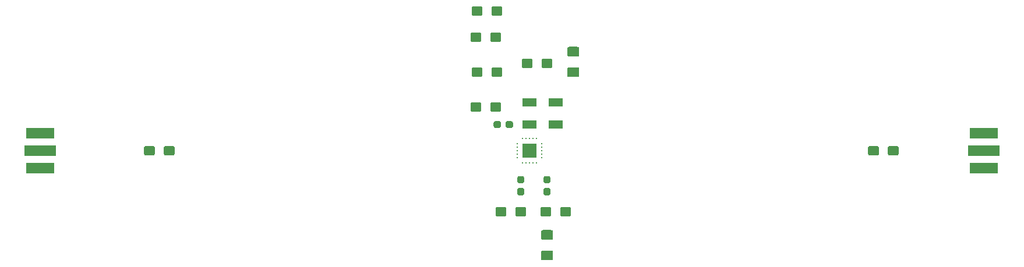
<source format=gbr>
G04 #@! TF.GenerationSoftware,KiCad,Pcbnew,5.1.2-f72e74a~84~ubuntu18.04.1*
G04 #@! TF.CreationDate,2019-11-12T11:29:02+01:00*
G04 #@! TF.ProjectId,matched_rf_amp,6d617463-6865-4645-9f72-665f616d702e,rev?*
G04 #@! TF.SameCoordinates,Original*
G04 #@! TF.FileFunction,Paste,Top*
G04 #@! TF.FilePolarity,Positive*
%FSLAX46Y46*%
G04 Gerber Fmt 4.6, Leading zero omitted, Abs format (unit mm)*
G04 Created by KiCad (PCBNEW 5.1.2-f72e74a~84~ubuntu18.04.1) date 2019-11-12 11:29:02*
%MOMM*%
%LPD*%
G04 APERTURE LIST*
%ADD10R,2.150000X2.150000*%
%ADD11R,0.230000X0.230000*%
%ADD12R,2.000000X1.200000*%
%ADD13R,4.060000X1.520000*%
%ADD14R,4.600000X1.520000*%
%ADD15C,0.100000*%
%ADD16C,1.425000*%
%ADD17C,0.950000*%
%ADD18C,1.350000*%
G04 APERTURE END LIST*
D10*
X147320000Y-124460000D03*
D11*
X146320000Y-122675000D03*
X146820000Y-122675000D03*
X147320000Y-122675000D03*
X147820000Y-122675000D03*
X148320000Y-122675000D03*
X149105000Y-123460000D03*
X149105000Y-123960000D03*
X149105000Y-124460000D03*
X149105000Y-124960000D03*
X149105000Y-125460000D03*
X148320000Y-126245000D03*
X147820000Y-126245000D03*
X147320000Y-126245000D03*
X146820000Y-126245000D03*
X146320000Y-126245000D03*
X145535000Y-125460000D03*
X145535000Y-124960000D03*
X145535000Y-124460000D03*
X145535000Y-123960000D03*
X145535000Y-123460000D03*
D12*
X151130000Y-120650000D03*
X151130000Y-117450000D03*
D13*
X213360000Y-127000000D03*
X213360000Y-121920000D03*
D14*
X213360000Y-124460000D03*
D13*
X76200000Y-121920000D03*
X76200000Y-127000000D03*
D14*
X76200000Y-124460000D03*
D15*
G36*
X150509504Y-138988704D02*
G01*
X150533773Y-138992304D01*
X150557571Y-138998265D01*
X150580671Y-139006530D01*
X150602849Y-139017020D01*
X150623893Y-139029633D01*
X150643598Y-139044247D01*
X150661777Y-139060723D01*
X150678253Y-139078902D01*
X150692867Y-139098607D01*
X150705480Y-139119651D01*
X150715970Y-139141829D01*
X150724235Y-139164929D01*
X150730196Y-139188727D01*
X150733796Y-139212996D01*
X150735000Y-139237500D01*
X150735000Y-140162500D01*
X150733796Y-140187004D01*
X150730196Y-140211273D01*
X150724235Y-140235071D01*
X150715970Y-140258171D01*
X150705480Y-140280349D01*
X150692867Y-140301393D01*
X150678253Y-140321098D01*
X150661777Y-140339277D01*
X150643598Y-140355753D01*
X150623893Y-140370367D01*
X150602849Y-140382980D01*
X150580671Y-140393470D01*
X150557571Y-140401735D01*
X150533773Y-140407696D01*
X150509504Y-140411296D01*
X150485000Y-140412500D01*
X149235000Y-140412500D01*
X149210496Y-140411296D01*
X149186227Y-140407696D01*
X149162429Y-140401735D01*
X149139329Y-140393470D01*
X149117151Y-140382980D01*
X149096107Y-140370367D01*
X149076402Y-140355753D01*
X149058223Y-140339277D01*
X149041747Y-140321098D01*
X149027133Y-140301393D01*
X149014520Y-140280349D01*
X149004030Y-140258171D01*
X148995765Y-140235071D01*
X148989804Y-140211273D01*
X148986204Y-140187004D01*
X148985000Y-140162500D01*
X148985000Y-139237500D01*
X148986204Y-139212996D01*
X148989804Y-139188727D01*
X148995765Y-139164929D01*
X149004030Y-139141829D01*
X149014520Y-139119651D01*
X149027133Y-139098607D01*
X149041747Y-139078902D01*
X149058223Y-139060723D01*
X149076402Y-139044247D01*
X149096107Y-139029633D01*
X149117151Y-139017020D01*
X149139329Y-139006530D01*
X149162429Y-138998265D01*
X149186227Y-138992304D01*
X149210496Y-138988704D01*
X149235000Y-138987500D01*
X150485000Y-138987500D01*
X150509504Y-138988704D01*
X150509504Y-138988704D01*
G37*
D16*
X149860000Y-139700000D03*
D15*
G36*
X150509504Y-136013704D02*
G01*
X150533773Y-136017304D01*
X150557571Y-136023265D01*
X150580671Y-136031530D01*
X150602849Y-136042020D01*
X150623893Y-136054633D01*
X150643598Y-136069247D01*
X150661777Y-136085723D01*
X150678253Y-136103902D01*
X150692867Y-136123607D01*
X150705480Y-136144651D01*
X150715970Y-136166829D01*
X150724235Y-136189929D01*
X150730196Y-136213727D01*
X150733796Y-136237996D01*
X150735000Y-136262500D01*
X150735000Y-137187500D01*
X150733796Y-137212004D01*
X150730196Y-137236273D01*
X150724235Y-137260071D01*
X150715970Y-137283171D01*
X150705480Y-137305349D01*
X150692867Y-137326393D01*
X150678253Y-137346098D01*
X150661777Y-137364277D01*
X150643598Y-137380753D01*
X150623893Y-137395367D01*
X150602849Y-137407980D01*
X150580671Y-137418470D01*
X150557571Y-137426735D01*
X150533773Y-137432696D01*
X150509504Y-137436296D01*
X150485000Y-137437500D01*
X149235000Y-137437500D01*
X149210496Y-137436296D01*
X149186227Y-137432696D01*
X149162429Y-137426735D01*
X149139329Y-137418470D01*
X149117151Y-137407980D01*
X149096107Y-137395367D01*
X149076402Y-137380753D01*
X149058223Y-137364277D01*
X149041747Y-137346098D01*
X149027133Y-137326393D01*
X149014520Y-137305349D01*
X149004030Y-137283171D01*
X148995765Y-137260071D01*
X148989804Y-137236273D01*
X148986204Y-137212004D01*
X148985000Y-137187500D01*
X148985000Y-136262500D01*
X148986204Y-136237996D01*
X148989804Y-136213727D01*
X148995765Y-136189929D01*
X149004030Y-136166829D01*
X149014520Y-136144651D01*
X149027133Y-136123607D01*
X149041747Y-136103902D01*
X149058223Y-136085723D01*
X149076402Y-136069247D01*
X149096107Y-136054633D01*
X149117151Y-136042020D01*
X149139329Y-136031530D01*
X149162429Y-136023265D01*
X149186227Y-136017304D01*
X149210496Y-136013704D01*
X149235000Y-136012500D01*
X150485000Y-136012500D01*
X150509504Y-136013704D01*
X150509504Y-136013704D01*
G37*
D16*
X149860000Y-136725000D03*
D15*
G36*
X154319504Y-112318704D02*
G01*
X154343773Y-112322304D01*
X154367571Y-112328265D01*
X154390671Y-112336530D01*
X154412849Y-112347020D01*
X154433893Y-112359633D01*
X154453598Y-112374247D01*
X154471777Y-112390723D01*
X154488253Y-112408902D01*
X154502867Y-112428607D01*
X154515480Y-112449651D01*
X154525970Y-112471829D01*
X154534235Y-112494929D01*
X154540196Y-112518727D01*
X154543796Y-112542996D01*
X154545000Y-112567500D01*
X154545000Y-113492500D01*
X154543796Y-113517004D01*
X154540196Y-113541273D01*
X154534235Y-113565071D01*
X154525970Y-113588171D01*
X154515480Y-113610349D01*
X154502867Y-113631393D01*
X154488253Y-113651098D01*
X154471777Y-113669277D01*
X154453598Y-113685753D01*
X154433893Y-113700367D01*
X154412849Y-113712980D01*
X154390671Y-113723470D01*
X154367571Y-113731735D01*
X154343773Y-113737696D01*
X154319504Y-113741296D01*
X154295000Y-113742500D01*
X153045000Y-113742500D01*
X153020496Y-113741296D01*
X152996227Y-113737696D01*
X152972429Y-113731735D01*
X152949329Y-113723470D01*
X152927151Y-113712980D01*
X152906107Y-113700367D01*
X152886402Y-113685753D01*
X152868223Y-113669277D01*
X152851747Y-113651098D01*
X152837133Y-113631393D01*
X152824520Y-113610349D01*
X152814030Y-113588171D01*
X152805765Y-113565071D01*
X152799804Y-113541273D01*
X152796204Y-113517004D01*
X152795000Y-113492500D01*
X152795000Y-112567500D01*
X152796204Y-112542996D01*
X152799804Y-112518727D01*
X152805765Y-112494929D01*
X152814030Y-112471829D01*
X152824520Y-112449651D01*
X152837133Y-112428607D01*
X152851747Y-112408902D01*
X152868223Y-112390723D01*
X152886402Y-112374247D01*
X152906107Y-112359633D01*
X152927151Y-112347020D01*
X152949329Y-112336530D01*
X152972429Y-112328265D01*
X152996227Y-112322304D01*
X153020496Y-112318704D01*
X153045000Y-112317500D01*
X154295000Y-112317500D01*
X154319504Y-112318704D01*
X154319504Y-112318704D01*
G37*
D16*
X153670000Y-113030000D03*
D15*
G36*
X154319504Y-109343704D02*
G01*
X154343773Y-109347304D01*
X154367571Y-109353265D01*
X154390671Y-109361530D01*
X154412849Y-109372020D01*
X154433893Y-109384633D01*
X154453598Y-109399247D01*
X154471777Y-109415723D01*
X154488253Y-109433902D01*
X154502867Y-109453607D01*
X154515480Y-109474651D01*
X154525970Y-109496829D01*
X154534235Y-109519929D01*
X154540196Y-109543727D01*
X154543796Y-109567996D01*
X154545000Y-109592500D01*
X154545000Y-110517500D01*
X154543796Y-110542004D01*
X154540196Y-110566273D01*
X154534235Y-110590071D01*
X154525970Y-110613171D01*
X154515480Y-110635349D01*
X154502867Y-110656393D01*
X154488253Y-110676098D01*
X154471777Y-110694277D01*
X154453598Y-110710753D01*
X154433893Y-110725367D01*
X154412849Y-110737980D01*
X154390671Y-110748470D01*
X154367571Y-110756735D01*
X154343773Y-110762696D01*
X154319504Y-110766296D01*
X154295000Y-110767500D01*
X153045000Y-110767500D01*
X153020496Y-110766296D01*
X152996227Y-110762696D01*
X152972429Y-110756735D01*
X152949329Y-110748470D01*
X152927151Y-110737980D01*
X152906107Y-110725367D01*
X152886402Y-110710753D01*
X152868223Y-110694277D01*
X152851747Y-110676098D01*
X152837133Y-110656393D01*
X152824520Y-110635349D01*
X152814030Y-110613171D01*
X152805765Y-110590071D01*
X152799804Y-110566273D01*
X152796204Y-110542004D01*
X152795000Y-110517500D01*
X152795000Y-109592500D01*
X152796204Y-109567996D01*
X152799804Y-109543727D01*
X152805765Y-109519929D01*
X152814030Y-109496829D01*
X152824520Y-109474651D01*
X152837133Y-109453607D01*
X152851747Y-109433902D01*
X152868223Y-109415723D01*
X152886402Y-109399247D01*
X152906107Y-109384633D01*
X152927151Y-109372020D01*
X152949329Y-109361530D01*
X152972429Y-109353265D01*
X152996227Y-109347304D01*
X153020496Y-109343704D01*
X153045000Y-109342500D01*
X154295000Y-109342500D01*
X154319504Y-109343704D01*
X154319504Y-109343704D01*
G37*
D16*
X153670000Y-110055000D03*
D15*
G36*
X146310779Y-129891144D02*
G01*
X146333834Y-129894563D01*
X146356443Y-129900227D01*
X146378387Y-129908079D01*
X146399457Y-129918044D01*
X146419448Y-129930026D01*
X146438168Y-129943910D01*
X146455438Y-129959562D01*
X146471090Y-129976832D01*
X146484974Y-129995552D01*
X146496956Y-130015543D01*
X146506921Y-130036613D01*
X146514773Y-130058557D01*
X146520437Y-130081166D01*
X146523856Y-130104221D01*
X146525000Y-130127500D01*
X146525000Y-130702500D01*
X146523856Y-130725779D01*
X146520437Y-130748834D01*
X146514773Y-130771443D01*
X146506921Y-130793387D01*
X146496956Y-130814457D01*
X146484974Y-130834448D01*
X146471090Y-130853168D01*
X146455438Y-130870438D01*
X146438168Y-130886090D01*
X146419448Y-130899974D01*
X146399457Y-130911956D01*
X146378387Y-130921921D01*
X146356443Y-130929773D01*
X146333834Y-130935437D01*
X146310779Y-130938856D01*
X146287500Y-130940000D01*
X145812500Y-130940000D01*
X145789221Y-130938856D01*
X145766166Y-130935437D01*
X145743557Y-130929773D01*
X145721613Y-130921921D01*
X145700543Y-130911956D01*
X145680552Y-130899974D01*
X145661832Y-130886090D01*
X145644562Y-130870438D01*
X145628910Y-130853168D01*
X145615026Y-130834448D01*
X145603044Y-130814457D01*
X145593079Y-130793387D01*
X145585227Y-130771443D01*
X145579563Y-130748834D01*
X145576144Y-130725779D01*
X145575000Y-130702500D01*
X145575000Y-130127500D01*
X145576144Y-130104221D01*
X145579563Y-130081166D01*
X145585227Y-130058557D01*
X145593079Y-130036613D01*
X145603044Y-130015543D01*
X145615026Y-129995552D01*
X145628910Y-129976832D01*
X145644562Y-129959562D01*
X145661832Y-129943910D01*
X145680552Y-129930026D01*
X145700543Y-129918044D01*
X145721613Y-129908079D01*
X145743557Y-129900227D01*
X145766166Y-129894563D01*
X145789221Y-129891144D01*
X145812500Y-129890000D01*
X146287500Y-129890000D01*
X146310779Y-129891144D01*
X146310779Y-129891144D01*
G37*
D17*
X146050000Y-130415000D03*
D15*
G36*
X146310779Y-128141144D02*
G01*
X146333834Y-128144563D01*
X146356443Y-128150227D01*
X146378387Y-128158079D01*
X146399457Y-128168044D01*
X146419448Y-128180026D01*
X146438168Y-128193910D01*
X146455438Y-128209562D01*
X146471090Y-128226832D01*
X146484974Y-128245552D01*
X146496956Y-128265543D01*
X146506921Y-128286613D01*
X146514773Y-128308557D01*
X146520437Y-128331166D01*
X146523856Y-128354221D01*
X146525000Y-128377500D01*
X146525000Y-128952500D01*
X146523856Y-128975779D01*
X146520437Y-128998834D01*
X146514773Y-129021443D01*
X146506921Y-129043387D01*
X146496956Y-129064457D01*
X146484974Y-129084448D01*
X146471090Y-129103168D01*
X146455438Y-129120438D01*
X146438168Y-129136090D01*
X146419448Y-129149974D01*
X146399457Y-129161956D01*
X146378387Y-129171921D01*
X146356443Y-129179773D01*
X146333834Y-129185437D01*
X146310779Y-129188856D01*
X146287500Y-129190000D01*
X145812500Y-129190000D01*
X145789221Y-129188856D01*
X145766166Y-129185437D01*
X145743557Y-129179773D01*
X145721613Y-129171921D01*
X145700543Y-129161956D01*
X145680552Y-129149974D01*
X145661832Y-129136090D01*
X145644562Y-129120438D01*
X145628910Y-129103168D01*
X145615026Y-129084448D01*
X145603044Y-129064457D01*
X145593079Y-129043387D01*
X145585227Y-129021443D01*
X145579563Y-128998834D01*
X145576144Y-128975779D01*
X145575000Y-128952500D01*
X145575000Y-128377500D01*
X145576144Y-128354221D01*
X145579563Y-128331166D01*
X145585227Y-128308557D01*
X145593079Y-128286613D01*
X145603044Y-128265543D01*
X145615026Y-128245552D01*
X145628910Y-128226832D01*
X145644562Y-128209562D01*
X145661832Y-128193910D01*
X145680552Y-128180026D01*
X145700543Y-128168044D01*
X145721613Y-128158079D01*
X145743557Y-128150227D01*
X145766166Y-128144563D01*
X145789221Y-128141144D01*
X145812500Y-128140000D01*
X146287500Y-128140000D01*
X146310779Y-128141144D01*
X146310779Y-128141144D01*
G37*
D17*
X146050000Y-128665000D03*
D15*
G36*
X150120779Y-129891144D02*
G01*
X150143834Y-129894563D01*
X150166443Y-129900227D01*
X150188387Y-129908079D01*
X150209457Y-129918044D01*
X150229448Y-129930026D01*
X150248168Y-129943910D01*
X150265438Y-129959562D01*
X150281090Y-129976832D01*
X150294974Y-129995552D01*
X150306956Y-130015543D01*
X150316921Y-130036613D01*
X150324773Y-130058557D01*
X150330437Y-130081166D01*
X150333856Y-130104221D01*
X150335000Y-130127500D01*
X150335000Y-130702500D01*
X150333856Y-130725779D01*
X150330437Y-130748834D01*
X150324773Y-130771443D01*
X150316921Y-130793387D01*
X150306956Y-130814457D01*
X150294974Y-130834448D01*
X150281090Y-130853168D01*
X150265438Y-130870438D01*
X150248168Y-130886090D01*
X150229448Y-130899974D01*
X150209457Y-130911956D01*
X150188387Y-130921921D01*
X150166443Y-130929773D01*
X150143834Y-130935437D01*
X150120779Y-130938856D01*
X150097500Y-130940000D01*
X149622500Y-130940000D01*
X149599221Y-130938856D01*
X149576166Y-130935437D01*
X149553557Y-130929773D01*
X149531613Y-130921921D01*
X149510543Y-130911956D01*
X149490552Y-130899974D01*
X149471832Y-130886090D01*
X149454562Y-130870438D01*
X149438910Y-130853168D01*
X149425026Y-130834448D01*
X149413044Y-130814457D01*
X149403079Y-130793387D01*
X149395227Y-130771443D01*
X149389563Y-130748834D01*
X149386144Y-130725779D01*
X149385000Y-130702500D01*
X149385000Y-130127500D01*
X149386144Y-130104221D01*
X149389563Y-130081166D01*
X149395227Y-130058557D01*
X149403079Y-130036613D01*
X149413044Y-130015543D01*
X149425026Y-129995552D01*
X149438910Y-129976832D01*
X149454562Y-129959562D01*
X149471832Y-129943910D01*
X149490552Y-129930026D01*
X149510543Y-129918044D01*
X149531613Y-129908079D01*
X149553557Y-129900227D01*
X149576166Y-129894563D01*
X149599221Y-129891144D01*
X149622500Y-129890000D01*
X150097500Y-129890000D01*
X150120779Y-129891144D01*
X150120779Y-129891144D01*
G37*
D17*
X149860000Y-130415000D03*
D15*
G36*
X150120779Y-128141144D02*
G01*
X150143834Y-128144563D01*
X150166443Y-128150227D01*
X150188387Y-128158079D01*
X150209457Y-128168044D01*
X150229448Y-128180026D01*
X150248168Y-128193910D01*
X150265438Y-128209562D01*
X150281090Y-128226832D01*
X150294974Y-128245552D01*
X150306956Y-128265543D01*
X150316921Y-128286613D01*
X150324773Y-128308557D01*
X150330437Y-128331166D01*
X150333856Y-128354221D01*
X150335000Y-128377500D01*
X150335000Y-128952500D01*
X150333856Y-128975779D01*
X150330437Y-128998834D01*
X150324773Y-129021443D01*
X150316921Y-129043387D01*
X150306956Y-129064457D01*
X150294974Y-129084448D01*
X150281090Y-129103168D01*
X150265438Y-129120438D01*
X150248168Y-129136090D01*
X150229448Y-129149974D01*
X150209457Y-129161956D01*
X150188387Y-129171921D01*
X150166443Y-129179773D01*
X150143834Y-129185437D01*
X150120779Y-129188856D01*
X150097500Y-129190000D01*
X149622500Y-129190000D01*
X149599221Y-129188856D01*
X149576166Y-129185437D01*
X149553557Y-129179773D01*
X149531613Y-129171921D01*
X149510543Y-129161956D01*
X149490552Y-129149974D01*
X149471832Y-129136090D01*
X149454562Y-129120438D01*
X149438910Y-129103168D01*
X149425026Y-129084448D01*
X149413044Y-129064457D01*
X149403079Y-129043387D01*
X149395227Y-129021443D01*
X149389563Y-128998834D01*
X149386144Y-128975779D01*
X149385000Y-128952500D01*
X149385000Y-128377500D01*
X149386144Y-128354221D01*
X149389563Y-128331166D01*
X149395227Y-128308557D01*
X149403079Y-128286613D01*
X149413044Y-128265543D01*
X149425026Y-128245552D01*
X149438910Y-128226832D01*
X149454562Y-128209562D01*
X149471832Y-128193910D01*
X149490552Y-128180026D01*
X149510543Y-128168044D01*
X149531613Y-128158079D01*
X149553557Y-128150227D01*
X149576166Y-128144563D01*
X149599221Y-128141144D01*
X149622500Y-128140000D01*
X150097500Y-128140000D01*
X150120779Y-128141144D01*
X150120779Y-128141144D01*
G37*
D17*
X149860000Y-128665000D03*
D15*
G36*
X144695779Y-120176144D02*
G01*
X144718834Y-120179563D01*
X144741443Y-120185227D01*
X144763387Y-120193079D01*
X144784457Y-120203044D01*
X144804448Y-120215026D01*
X144823168Y-120228910D01*
X144840438Y-120244562D01*
X144856090Y-120261832D01*
X144869974Y-120280552D01*
X144881956Y-120300543D01*
X144891921Y-120321613D01*
X144899773Y-120343557D01*
X144905437Y-120366166D01*
X144908856Y-120389221D01*
X144910000Y-120412500D01*
X144910000Y-120887500D01*
X144908856Y-120910779D01*
X144905437Y-120933834D01*
X144899773Y-120956443D01*
X144891921Y-120978387D01*
X144881956Y-120999457D01*
X144869974Y-121019448D01*
X144856090Y-121038168D01*
X144840438Y-121055438D01*
X144823168Y-121071090D01*
X144804448Y-121084974D01*
X144784457Y-121096956D01*
X144763387Y-121106921D01*
X144741443Y-121114773D01*
X144718834Y-121120437D01*
X144695779Y-121123856D01*
X144672500Y-121125000D01*
X144097500Y-121125000D01*
X144074221Y-121123856D01*
X144051166Y-121120437D01*
X144028557Y-121114773D01*
X144006613Y-121106921D01*
X143985543Y-121096956D01*
X143965552Y-121084974D01*
X143946832Y-121071090D01*
X143929562Y-121055438D01*
X143913910Y-121038168D01*
X143900026Y-121019448D01*
X143888044Y-120999457D01*
X143878079Y-120978387D01*
X143870227Y-120956443D01*
X143864563Y-120933834D01*
X143861144Y-120910779D01*
X143860000Y-120887500D01*
X143860000Y-120412500D01*
X143861144Y-120389221D01*
X143864563Y-120366166D01*
X143870227Y-120343557D01*
X143878079Y-120321613D01*
X143888044Y-120300543D01*
X143900026Y-120280552D01*
X143913910Y-120261832D01*
X143929562Y-120244562D01*
X143946832Y-120228910D01*
X143965552Y-120215026D01*
X143985543Y-120203044D01*
X144006613Y-120193079D01*
X144028557Y-120185227D01*
X144051166Y-120179563D01*
X144074221Y-120176144D01*
X144097500Y-120175000D01*
X144672500Y-120175000D01*
X144695779Y-120176144D01*
X144695779Y-120176144D01*
G37*
D17*
X144385000Y-120650000D03*
D15*
G36*
X142945779Y-120176144D02*
G01*
X142968834Y-120179563D01*
X142991443Y-120185227D01*
X143013387Y-120193079D01*
X143034457Y-120203044D01*
X143054448Y-120215026D01*
X143073168Y-120228910D01*
X143090438Y-120244562D01*
X143106090Y-120261832D01*
X143119974Y-120280552D01*
X143131956Y-120300543D01*
X143141921Y-120321613D01*
X143149773Y-120343557D01*
X143155437Y-120366166D01*
X143158856Y-120389221D01*
X143160000Y-120412500D01*
X143160000Y-120887500D01*
X143158856Y-120910779D01*
X143155437Y-120933834D01*
X143149773Y-120956443D01*
X143141921Y-120978387D01*
X143131956Y-120999457D01*
X143119974Y-121019448D01*
X143106090Y-121038168D01*
X143090438Y-121055438D01*
X143073168Y-121071090D01*
X143054448Y-121084974D01*
X143034457Y-121096956D01*
X143013387Y-121106921D01*
X142991443Y-121114773D01*
X142968834Y-121120437D01*
X142945779Y-121123856D01*
X142922500Y-121125000D01*
X142347500Y-121125000D01*
X142324221Y-121123856D01*
X142301166Y-121120437D01*
X142278557Y-121114773D01*
X142256613Y-121106921D01*
X142235543Y-121096956D01*
X142215552Y-121084974D01*
X142196832Y-121071090D01*
X142179562Y-121055438D01*
X142163910Y-121038168D01*
X142150026Y-121019448D01*
X142138044Y-120999457D01*
X142128079Y-120978387D01*
X142120227Y-120956443D01*
X142114563Y-120933834D01*
X142111144Y-120910779D01*
X142110000Y-120887500D01*
X142110000Y-120412500D01*
X142111144Y-120389221D01*
X142114563Y-120366166D01*
X142120227Y-120343557D01*
X142128079Y-120321613D01*
X142138044Y-120300543D01*
X142150026Y-120280552D01*
X142163910Y-120261832D01*
X142179562Y-120244562D01*
X142196832Y-120228910D01*
X142215552Y-120215026D01*
X142235543Y-120203044D01*
X142256613Y-120193079D01*
X142278557Y-120185227D01*
X142301166Y-120179563D01*
X142324221Y-120176144D01*
X142347500Y-120175000D01*
X142922500Y-120175000D01*
X142945779Y-120176144D01*
X142945779Y-120176144D01*
G37*
D17*
X142635000Y-120650000D03*
D12*
X147320000Y-120650000D03*
X147320000Y-117450000D03*
D15*
G36*
X140262005Y-103466204D02*
G01*
X140286273Y-103469804D01*
X140310072Y-103475765D01*
X140333171Y-103484030D01*
X140355350Y-103494520D01*
X140376393Y-103507132D01*
X140396099Y-103521747D01*
X140414277Y-103538223D01*
X140430753Y-103556401D01*
X140445368Y-103576107D01*
X140457980Y-103597150D01*
X140468470Y-103619329D01*
X140476735Y-103642428D01*
X140482696Y-103666227D01*
X140486296Y-103690495D01*
X140487500Y-103714999D01*
X140487500Y-104565001D01*
X140486296Y-104589505D01*
X140482696Y-104613773D01*
X140476735Y-104637572D01*
X140468470Y-104660671D01*
X140457980Y-104682850D01*
X140445368Y-104703893D01*
X140430753Y-104723599D01*
X140414277Y-104741777D01*
X140396099Y-104758253D01*
X140376393Y-104772868D01*
X140355350Y-104785480D01*
X140333171Y-104795970D01*
X140310072Y-104804235D01*
X140286273Y-104810196D01*
X140262005Y-104813796D01*
X140237501Y-104815000D01*
X139162499Y-104815000D01*
X139137995Y-104813796D01*
X139113727Y-104810196D01*
X139089928Y-104804235D01*
X139066829Y-104795970D01*
X139044650Y-104785480D01*
X139023607Y-104772868D01*
X139003901Y-104758253D01*
X138985723Y-104741777D01*
X138969247Y-104723599D01*
X138954632Y-104703893D01*
X138942020Y-104682850D01*
X138931530Y-104660671D01*
X138923265Y-104637572D01*
X138917304Y-104613773D01*
X138913704Y-104589505D01*
X138912500Y-104565001D01*
X138912500Y-103714999D01*
X138913704Y-103690495D01*
X138917304Y-103666227D01*
X138923265Y-103642428D01*
X138931530Y-103619329D01*
X138942020Y-103597150D01*
X138954632Y-103576107D01*
X138969247Y-103556401D01*
X138985723Y-103538223D01*
X139003901Y-103521747D01*
X139023607Y-103507132D01*
X139044650Y-103494520D01*
X139066829Y-103484030D01*
X139089928Y-103475765D01*
X139113727Y-103469804D01*
X139137995Y-103466204D01*
X139162499Y-103465000D01*
X140237501Y-103465000D01*
X140262005Y-103466204D01*
X140262005Y-103466204D01*
G37*
D18*
X139700000Y-104140000D03*
D15*
G36*
X143137005Y-103466204D02*
G01*
X143161273Y-103469804D01*
X143185072Y-103475765D01*
X143208171Y-103484030D01*
X143230350Y-103494520D01*
X143251393Y-103507132D01*
X143271099Y-103521747D01*
X143289277Y-103538223D01*
X143305753Y-103556401D01*
X143320368Y-103576107D01*
X143332980Y-103597150D01*
X143343470Y-103619329D01*
X143351735Y-103642428D01*
X143357696Y-103666227D01*
X143361296Y-103690495D01*
X143362500Y-103714999D01*
X143362500Y-104565001D01*
X143361296Y-104589505D01*
X143357696Y-104613773D01*
X143351735Y-104637572D01*
X143343470Y-104660671D01*
X143332980Y-104682850D01*
X143320368Y-104703893D01*
X143305753Y-104723599D01*
X143289277Y-104741777D01*
X143271099Y-104758253D01*
X143251393Y-104772868D01*
X143230350Y-104785480D01*
X143208171Y-104795970D01*
X143185072Y-104804235D01*
X143161273Y-104810196D01*
X143137005Y-104813796D01*
X143112501Y-104815000D01*
X142037499Y-104815000D01*
X142012995Y-104813796D01*
X141988727Y-104810196D01*
X141964928Y-104804235D01*
X141941829Y-104795970D01*
X141919650Y-104785480D01*
X141898607Y-104772868D01*
X141878901Y-104758253D01*
X141860723Y-104741777D01*
X141844247Y-104723599D01*
X141829632Y-104703893D01*
X141817020Y-104682850D01*
X141806530Y-104660671D01*
X141798265Y-104637572D01*
X141792304Y-104613773D01*
X141788704Y-104589505D01*
X141787500Y-104565001D01*
X141787500Y-103714999D01*
X141788704Y-103690495D01*
X141792304Y-103666227D01*
X141798265Y-103642428D01*
X141806530Y-103619329D01*
X141817020Y-103597150D01*
X141829632Y-103576107D01*
X141844247Y-103556401D01*
X141860723Y-103538223D01*
X141878901Y-103521747D01*
X141898607Y-103507132D01*
X141919650Y-103494520D01*
X141941829Y-103484030D01*
X141964928Y-103475765D01*
X141988727Y-103469804D01*
X142012995Y-103466204D01*
X142037499Y-103465000D01*
X143112501Y-103465000D01*
X143137005Y-103466204D01*
X143137005Y-103466204D01*
G37*
D18*
X142575000Y-104140000D03*
D15*
G36*
X150254505Y-132676204D02*
G01*
X150278773Y-132679804D01*
X150302572Y-132685765D01*
X150325671Y-132694030D01*
X150347850Y-132704520D01*
X150368893Y-132717132D01*
X150388599Y-132731747D01*
X150406777Y-132748223D01*
X150423253Y-132766401D01*
X150437868Y-132786107D01*
X150450480Y-132807150D01*
X150460970Y-132829329D01*
X150469235Y-132852428D01*
X150475196Y-132876227D01*
X150478796Y-132900495D01*
X150480000Y-132924999D01*
X150480000Y-133775001D01*
X150478796Y-133799505D01*
X150475196Y-133823773D01*
X150469235Y-133847572D01*
X150460970Y-133870671D01*
X150450480Y-133892850D01*
X150437868Y-133913893D01*
X150423253Y-133933599D01*
X150406777Y-133951777D01*
X150388599Y-133968253D01*
X150368893Y-133982868D01*
X150347850Y-133995480D01*
X150325671Y-134005970D01*
X150302572Y-134014235D01*
X150278773Y-134020196D01*
X150254505Y-134023796D01*
X150230001Y-134025000D01*
X149154999Y-134025000D01*
X149130495Y-134023796D01*
X149106227Y-134020196D01*
X149082428Y-134014235D01*
X149059329Y-134005970D01*
X149037150Y-133995480D01*
X149016107Y-133982868D01*
X148996401Y-133968253D01*
X148978223Y-133951777D01*
X148961747Y-133933599D01*
X148947132Y-133913893D01*
X148934520Y-133892850D01*
X148924030Y-133870671D01*
X148915765Y-133847572D01*
X148909804Y-133823773D01*
X148906204Y-133799505D01*
X148905000Y-133775001D01*
X148905000Y-132924999D01*
X148906204Y-132900495D01*
X148909804Y-132876227D01*
X148915765Y-132852428D01*
X148924030Y-132829329D01*
X148934520Y-132807150D01*
X148947132Y-132786107D01*
X148961747Y-132766401D01*
X148978223Y-132748223D01*
X148996401Y-132731747D01*
X149016107Y-132717132D01*
X149037150Y-132704520D01*
X149059329Y-132694030D01*
X149082428Y-132685765D01*
X149106227Y-132679804D01*
X149130495Y-132676204D01*
X149154999Y-132675000D01*
X150230001Y-132675000D01*
X150254505Y-132676204D01*
X150254505Y-132676204D01*
G37*
D18*
X149692500Y-133350000D03*
D15*
G36*
X153129505Y-132676204D02*
G01*
X153153773Y-132679804D01*
X153177572Y-132685765D01*
X153200671Y-132694030D01*
X153222850Y-132704520D01*
X153243893Y-132717132D01*
X153263599Y-132731747D01*
X153281777Y-132748223D01*
X153298253Y-132766401D01*
X153312868Y-132786107D01*
X153325480Y-132807150D01*
X153335970Y-132829329D01*
X153344235Y-132852428D01*
X153350196Y-132876227D01*
X153353796Y-132900495D01*
X153355000Y-132924999D01*
X153355000Y-133775001D01*
X153353796Y-133799505D01*
X153350196Y-133823773D01*
X153344235Y-133847572D01*
X153335970Y-133870671D01*
X153325480Y-133892850D01*
X153312868Y-133913893D01*
X153298253Y-133933599D01*
X153281777Y-133951777D01*
X153263599Y-133968253D01*
X153243893Y-133982868D01*
X153222850Y-133995480D01*
X153200671Y-134005970D01*
X153177572Y-134014235D01*
X153153773Y-134020196D01*
X153129505Y-134023796D01*
X153105001Y-134025000D01*
X152029999Y-134025000D01*
X152005495Y-134023796D01*
X151981227Y-134020196D01*
X151957428Y-134014235D01*
X151934329Y-134005970D01*
X151912150Y-133995480D01*
X151891107Y-133982868D01*
X151871401Y-133968253D01*
X151853223Y-133951777D01*
X151836747Y-133933599D01*
X151822132Y-133913893D01*
X151809520Y-133892850D01*
X151799030Y-133870671D01*
X151790765Y-133847572D01*
X151784804Y-133823773D01*
X151781204Y-133799505D01*
X151780000Y-133775001D01*
X151780000Y-132924999D01*
X151781204Y-132900495D01*
X151784804Y-132876227D01*
X151790765Y-132852428D01*
X151799030Y-132829329D01*
X151809520Y-132807150D01*
X151822132Y-132786107D01*
X151836747Y-132766401D01*
X151853223Y-132748223D01*
X151871401Y-132731747D01*
X151891107Y-132717132D01*
X151912150Y-132704520D01*
X151934329Y-132694030D01*
X151957428Y-132685765D01*
X151981227Y-132679804D01*
X152005495Y-132676204D01*
X152029999Y-132675000D01*
X153105001Y-132675000D01*
X153129505Y-132676204D01*
X153129505Y-132676204D01*
G37*
D18*
X152567500Y-133350000D03*
D15*
G36*
X92637005Y-123786204D02*
G01*
X92661273Y-123789804D01*
X92685072Y-123795765D01*
X92708171Y-123804030D01*
X92730350Y-123814520D01*
X92751393Y-123827132D01*
X92771099Y-123841747D01*
X92789277Y-123858223D01*
X92805753Y-123876401D01*
X92820368Y-123896107D01*
X92832980Y-123917150D01*
X92843470Y-123939329D01*
X92851735Y-123962428D01*
X92857696Y-123986227D01*
X92861296Y-124010495D01*
X92862500Y-124034999D01*
X92862500Y-124885001D01*
X92861296Y-124909505D01*
X92857696Y-124933773D01*
X92851735Y-124957572D01*
X92843470Y-124980671D01*
X92832980Y-125002850D01*
X92820368Y-125023893D01*
X92805753Y-125043599D01*
X92789277Y-125061777D01*
X92771099Y-125078253D01*
X92751393Y-125092868D01*
X92730350Y-125105480D01*
X92708171Y-125115970D01*
X92685072Y-125124235D01*
X92661273Y-125130196D01*
X92637005Y-125133796D01*
X92612501Y-125135000D01*
X91537499Y-125135000D01*
X91512995Y-125133796D01*
X91488727Y-125130196D01*
X91464928Y-125124235D01*
X91441829Y-125115970D01*
X91419650Y-125105480D01*
X91398607Y-125092868D01*
X91378901Y-125078253D01*
X91360723Y-125061777D01*
X91344247Y-125043599D01*
X91329632Y-125023893D01*
X91317020Y-125002850D01*
X91306530Y-124980671D01*
X91298265Y-124957572D01*
X91292304Y-124933773D01*
X91288704Y-124909505D01*
X91287500Y-124885001D01*
X91287500Y-124034999D01*
X91288704Y-124010495D01*
X91292304Y-123986227D01*
X91298265Y-123962428D01*
X91306530Y-123939329D01*
X91317020Y-123917150D01*
X91329632Y-123896107D01*
X91344247Y-123876401D01*
X91360723Y-123858223D01*
X91378901Y-123841747D01*
X91398607Y-123827132D01*
X91419650Y-123814520D01*
X91441829Y-123804030D01*
X91464928Y-123795765D01*
X91488727Y-123789804D01*
X91512995Y-123786204D01*
X91537499Y-123785000D01*
X92612501Y-123785000D01*
X92637005Y-123786204D01*
X92637005Y-123786204D01*
G37*
D18*
X92075000Y-124460000D03*
D15*
G36*
X95512005Y-123786204D02*
G01*
X95536273Y-123789804D01*
X95560072Y-123795765D01*
X95583171Y-123804030D01*
X95605350Y-123814520D01*
X95626393Y-123827132D01*
X95646099Y-123841747D01*
X95664277Y-123858223D01*
X95680753Y-123876401D01*
X95695368Y-123896107D01*
X95707980Y-123917150D01*
X95718470Y-123939329D01*
X95726735Y-123962428D01*
X95732696Y-123986227D01*
X95736296Y-124010495D01*
X95737500Y-124034999D01*
X95737500Y-124885001D01*
X95736296Y-124909505D01*
X95732696Y-124933773D01*
X95726735Y-124957572D01*
X95718470Y-124980671D01*
X95707980Y-125002850D01*
X95695368Y-125023893D01*
X95680753Y-125043599D01*
X95664277Y-125061777D01*
X95646099Y-125078253D01*
X95626393Y-125092868D01*
X95605350Y-125105480D01*
X95583171Y-125115970D01*
X95560072Y-125124235D01*
X95536273Y-125130196D01*
X95512005Y-125133796D01*
X95487501Y-125135000D01*
X94412499Y-125135000D01*
X94387995Y-125133796D01*
X94363727Y-125130196D01*
X94339928Y-125124235D01*
X94316829Y-125115970D01*
X94294650Y-125105480D01*
X94273607Y-125092868D01*
X94253901Y-125078253D01*
X94235723Y-125061777D01*
X94219247Y-125043599D01*
X94204632Y-125023893D01*
X94192020Y-125002850D01*
X94181530Y-124980671D01*
X94173265Y-124957572D01*
X94167304Y-124933773D01*
X94163704Y-124909505D01*
X94162500Y-124885001D01*
X94162500Y-124034999D01*
X94163704Y-124010495D01*
X94167304Y-123986227D01*
X94173265Y-123962428D01*
X94181530Y-123939329D01*
X94192020Y-123917150D01*
X94204632Y-123896107D01*
X94219247Y-123876401D01*
X94235723Y-123858223D01*
X94253901Y-123841747D01*
X94273607Y-123827132D01*
X94294650Y-123814520D01*
X94316829Y-123804030D01*
X94339928Y-123795765D01*
X94363727Y-123789804D01*
X94387995Y-123786204D01*
X94412499Y-123785000D01*
X95487501Y-123785000D01*
X95512005Y-123786204D01*
X95512005Y-123786204D01*
G37*
D18*
X94950000Y-124460000D03*
D15*
G36*
X150422005Y-111086204D02*
G01*
X150446273Y-111089804D01*
X150470072Y-111095765D01*
X150493171Y-111104030D01*
X150515350Y-111114520D01*
X150536393Y-111127132D01*
X150556099Y-111141747D01*
X150574277Y-111158223D01*
X150590753Y-111176401D01*
X150605368Y-111196107D01*
X150617980Y-111217150D01*
X150628470Y-111239329D01*
X150636735Y-111262428D01*
X150642696Y-111286227D01*
X150646296Y-111310495D01*
X150647500Y-111334999D01*
X150647500Y-112185001D01*
X150646296Y-112209505D01*
X150642696Y-112233773D01*
X150636735Y-112257572D01*
X150628470Y-112280671D01*
X150617980Y-112302850D01*
X150605368Y-112323893D01*
X150590753Y-112343599D01*
X150574277Y-112361777D01*
X150556099Y-112378253D01*
X150536393Y-112392868D01*
X150515350Y-112405480D01*
X150493171Y-112415970D01*
X150470072Y-112424235D01*
X150446273Y-112430196D01*
X150422005Y-112433796D01*
X150397501Y-112435000D01*
X149322499Y-112435000D01*
X149297995Y-112433796D01*
X149273727Y-112430196D01*
X149249928Y-112424235D01*
X149226829Y-112415970D01*
X149204650Y-112405480D01*
X149183607Y-112392868D01*
X149163901Y-112378253D01*
X149145723Y-112361777D01*
X149129247Y-112343599D01*
X149114632Y-112323893D01*
X149102020Y-112302850D01*
X149091530Y-112280671D01*
X149083265Y-112257572D01*
X149077304Y-112233773D01*
X149073704Y-112209505D01*
X149072500Y-112185001D01*
X149072500Y-111334999D01*
X149073704Y-111310495D01*
X149077304Y-111286227D01*
X149083265Y-111262428D01*
X149091530Y-111239329D01*
X149102020Y-111217150D01*
X149114632Y-111196107D01*
X149129247Y-111176401D01*
X149145723Y-111158223D01*
X149163901Y-111141747D01*
X149183607Y-111127132D01*
X149204650Y-111114520D01*
X149226829Y-111104030D01*
X149249928Y-111095765D01*
X149273727Y-111089804D01*
X149297995Y-111086204D01*
X149322499Y-111085000D01*
X150397501Y-111085000D01*
X150422005Y-111086204D01*
X150422005Y-111086204D01*
G37*
D18*
X149860000Y-111760000D03*
D15*
G36*
X147547005Y-111086204D02*
G01*
X147571273Y-111089804D01*
X147595072Y-111095765D01*
X147618171Y-111104030D01*
X147640350Y-111114520D01*
X147661393Y-111127132D01*
X147681099Y-111141747D01*
X147699277Y-111158223D01*
X147715753Y-111176401D01*
X147730368Y-111196107D01*
X147742980Y-111217150D01*
X147753470Y-111239329D01*
X147761735Y-111262428D01*
X147767696Y-111286227D01*
X147771296Y-111310495D01*
X147772500Y-111334999D01*
X147772500Y-112185001D01*
X147771296Y-112209505D01*
X147767696Y-112233773D01*
X147761735Y-112257572D01*
X147753470Y-112280671D01*
X147742980Y-112302850D01*
X147730368Y-112323893D01*
X147715753Y-112343599D01*
X147699277Y-112361777D01*
X147681099Y-112378253D01*
X147661393Y-112392868D01*
X147640350Y-112405480D01*
X147618171Y-112415970D01*
X147595072Y-112424235D01*
X147571273Y-112430196D01*
X147547005Y-112433796D01*
X147522501Y-112435000D01*
X146447499Y-112435000D01*
X146422995Y-112433796D01*
X146398727Y-112430196D01*
X146374928Y-112424235D01*
X146351829Y-112415970D01*
X146329650Y-112405480D01*
X146308607Y-112392868D01*
X146288901Y-112378253D01*
X146270723Y-112361777D01*
X146254247Y-112343599D01*
X146239632Y-112323893D01*
X146227020Y-112302850D01*
X146216530Y-112280671D01*
X146208265Y-112257572D01*
X146202304Y-112233773D01*
X146198704Y-112209505D01*
X146197500Y-112185001D01*
X146197500Y-111334999D01*
X146198704Y-111310495D01*
X146202304Y-111286227D01*
X146208265Y-111262428D01*
X146216530Y-111239329D01*
X146227020Y-111217150D01*
X146239632Y-111196107D01*
X146254247Y-111176401D01*
X146270723Y-111158223D01*
X146288901Y-111141747D01*
X146308607Y-111127132D01*
X146329650Y-111114520D01*
X146351829Y-111104030D01*
X146374928Y-111095765D01*
X146398727Y-111089804D01*
X146422995Y-111086204D01*
X146447499Y-111085000D01*
X147522501Y-111085000D01*
X147547005Y-111086204D01*
X147547005Y-111086204D01*
G37*
D18*
X146985000Y-111760000D03*
D15*
G36*
X140262005Y-112356204D02*
G01*
X140286273Y-112359804D01*
X140310072Y-112365765D01*
X140333171Y-112374030D01*
X140355350Y-112384520D01*
X140376393Y-112397132D01*
X140396099Y-112411747D01*
X140414277Y-112428223D01*
X140430753Y-112446401D01*
X140445368Y-112466107D01*
X140457980Y-112487150D01*
X140468470Y-112509329D01*
X140476735Y-112532428D01*
X140482696Y-112556227D01*
X140486296Y-112580495D01*
X140487500Y-112604999D01*
X140487500Y-113455001D01*
X140486296Y-113479505D01*
X140482696Y-113503773D01*
X140476735Y-113527572D01*
X140468470Y-113550671D01*
X140457980Y-113572850D01*
X140445368Y-113593893D01*
X140430753Y-113613599D01*
X140414277Y-113631777D01*
X140396099Y-113648253D01*
X140376393Y-113662868D01*
X140355350Y-113675480D01*
X140333171Y-113685970D01*
X140310072Y-113694235D01*
X140286273Y-113700196D01*
X140262005Y-113703796D01*
X140237501Y-113705000D01*
X139162499Y-113705000D01*
X139137995Y-113703796D01*
X139113727Y-113700196D01*
X139089928Y-113694235D01*
X139066829Y-113685970D01*
X139044650Y-113675480D01*
X139023607Y-113662868D01*
X139003901Y-113648253D01*
X138985723Y-113631777D01*
X138969247Y-113613599D01*
X138954632Y-113593893D01*
X138942020Y-113572850D01*
X138931530Y-113550671D01*
X138923265Y-113527572D01*
X138917304Y-113503773D01*
X138913704Y-113479505D01*
X138912500Y-113455001D01*
X138912500Y-112604999D01*
X138913704Y-112580495D01*
X138917304Y-112556227D01*
X138923265Y-112532428D01*
X138931530Y-112509329D01*
X138942020Y-112487150D01*
X138954632Y-112466107D01*
X138969247Y-112446401D01*
X138985723Y-112428223D01*
X139003901Y-112411747D01*
X139023607Y-112397132D01*
X139044650Y-112384520D01*
X139066829Y-112374030D01*
X139089928Y-112365765D01*
X139113727Y-112359804D01*
X139137995Y-112356204D01*
X139162499Y-112355000D01*
X140237501Y-112355000D01*
X140262005Y-112356204D01*
X140262005Y-112356204D01*
G37*
D18*
X139700000Y-113030000D03*
D15*
G36*
X143137005Y-112356204D02*
G01*
X143161273Y-112359804D01*
X143185072Y-112365765D01*
X143208171Y-112374030D01*
X143230350Y-112384520D01*
X143251393Y-112397132D01*
X143271099Y-112411747D01*
X143289277Y-112428223D01*
X143305753Y-112446401D01*
X143320368Y-112466107D01*
X143332980Y-112487150D01*
X143343470Y-112509329D01*
X143351735Y-112532428D01*
X143357696Y-112556227D01*
X143361296Y-112580495D01*
X143362500Y-112604999D01*
X143362500Y-113455001D01*
X143361296Y-113479505D01*
X143357696Y-113503773D01*
X143351735Y-113527572D01*
X143343470Y-113550671D01*
X143332980Y-113572850D01*
X143320368Y-113593893D01*
X143305753Y-113613599D01*
X143289277Y-113631777D01*
X143271099Y-113648253D01*
X143251393Y-113662868D01*
X143230350Y-113675480D01*
X143208171Y-113685970D01*
X143185072Y-113694235D01*
X143161273Y-113700196D01*
X143137005Y-113703796D01*
X143112501Y-113705000D01*
X142037499Y-113705000D01*
X142012995Y-113703796D01*
X141988727Y-113700196D01*
X141964928Y-113694235D01*
X141941829Y-113685970D01*
X141919650Y-113675480D01*
X141898607Y-113662868D01*
X141878901Y-113648253D01*
X141860723Y-113631777D01*
X141844247Y-113613599D01*
X141829632Y-113593893D01*
X141817020Y-113572850D01*
X141806530Y-113550671D01*
X141798265Y-113527572D01*
X141792304Y-113503773D01*
X141788704Y-113479505D01*
X141787500Y-113455001D01*
X141787500Y-112604999D01*
X141788704Y-112580495D01*
X141792304Y-112556227D01*
X141798265Y-112532428D01*
X141806530Y-112509329D01*
X141817020Y-112487150D01*
X141829632Y-112466107D01*
X141844247Y-112446401D01*
X141860723Y-112428223D01*
X141878901Y-112411747D01*
X141898607Y-112397132D01*
X141919650Y-112384520D01*
X141941829Y-112374030D01*
X141964928Y-112365765D01*
X141988727Y-112359804D01*
X142012995Y-112356204D01*
X142037499Y-112355000D01*
X143112501Y-112355000D01*
X143137005Y-112356204D01*
X143137005Y-112356204D01*
G37*
D18*
X142575000Y-113030000D03*
D15*
G36*
X143737005Y-132676204D02*
G01*
X143761273Y-132679804D01*
X143785072Y-132685765D01*
X143808171Y-132694030D01*
X143830350Y-132704520D01*
X143851393Y-132717132D01*
X143871099Y-132731747D01*
X143889277Y-132748223D01*
X143905753Y-132766401D01*
X143920368Y-132786107D01*
X143932980Y-132807150D01*
X143943470Y-132829329D01*
X143951735Y-132852428D01*
X143957696Y-132876227D01*
X143961296Y-132900495D01*
X143962500Y-132924999D01*
X143962500Y-133775001D01*
X143961296Y-133799505D01*
X143957696Y-133823773D01*
X143951735Y-133847572D01*
X143943470Y-133870671D01*
X143932980Y-133892850D01*
X143920368Y-133913893D01*
X143905753Y-133933599D01*
X143889277Y-133951777D01*
X143871099Y-133968253D01*
X143851393Y-133982868D01*
X143830350Y-133995480D01*
X143808171Y-134005970D01*
X143785072Y-134014235D01*
X143761273Y-134020196D01*
X143737005Y-134023796D01*
X143712501Y-134025000D01*
X142637499Y-134025000D01*
X142612995Y-134023796D01*
X142588727Y-134020196D01*
X142564928Y-134014235D01*
X142541829Y-134005970D01*
X142519650Y-133995480D01*
X142498607Y-133982868D01*
X142478901Y-133968253D01*
X142460723Y-133951777D01*
X142444247Y-133933599D01*
X142429632Y-133913893D01*
X142417020Y-133892850D01*
X142406530Y-133870671D01*
X142398265Y-133847572D01*
X142392304Y-133823773D01*
X142388704Y-133799505D01*
X142387500Y-133775001D01*
X142387500Y-132924999D01*
X142388704Y-132900495D01*
X142392304Y-132876227D01*
X142398265Y-132852428D01*
X142406530Y-132829329D01*
X142417020Y-132807150D01*
X142429632Y-132786107D01*
X142444247Y-132766401D01*
X142460723Y-132748223D01*
X142478901Y-132731747D01*
X142498607Y-132717132D01*
X142519650Y-132704520D01*
X142541829Y-132694030D01*
X142564928Y-132685765D01*
X142588727Y-132679804D01*
X142612995Y-132676204D01*
X142637499Y-132675000D01*
X143712501Y-132675000D01*
X143737005Y-132676204D01*
X143737005Y-132676204D01*
G37*
D18*
X143175000Y-133350000D03*
D15*
G36*
X146612005Y-132676204D02*
G01*
X146636273Y-132679804D01*
X146660072Y-132685765D01*
X146683171Y-132694030D01*
X146705350Y-132704520D01*
X146726393Y-132717132D01*
X146746099Y-132731747D01*
X146764277Y-132748223D01*
X146780753Y-132766401D01*
X146795368Y-132786107D01*
X146807980Y-132807150D01*
X146818470Y-132829329D01*
X146826735Y-132852428D01*
X146832696Y-132876227D01*
X146836296Y-132900495D01*
X146837500Y-132924999D01*
X146837500Y-133775001D01*
X146836296Y-133799505D01*
X146832696Y-133823773D01*
X146826735Y-133847572D01*
X146818470Y-133870671D01*
X146807980Y-133892850D01*
X146795368Y-133913893D01*
X146780753Y-133933599D01*
X146764277Y-133951777D01*
X146746099Y-133968253D01*
X146726393Y-133982868D01*
X146705350Y-133995480D01*
X146683171Y-134005970D01*
X146660072Y-134014235D01*
X146636273Y-134020196D01*
X146612005Y-134023796D01*
X146587501Y-134025000D01*
X145512499Y-134025000D01*
X145487995Y-134023796D01*
X145463727Y-134020196D01*
X145439928Y-134014235D01*
X145416829Y-134005970D01*
X145394650Y-133995480D01*
X145373607Y-133982868D01*
X145353901Y-133968253D01*
X145335723Y-133951777D01*
X145319247Y-133933599D01*
X145304632Y-133913893D01*
X145292020Y-133892850D01*
X145281530Y-133870671D01*
X145273265Y-133847572D01*
X145267304Y-133823773D01*
X145263704Y-133799505D01*
X145262500Y-133775001D01*
X145262500Y-132924999D01*
X145263704Y-132900495D01*
X145267304Y-132876227D01*
X145273265Y-132852428D01*
X145281530Y-132829329D01*
X145292020Y-132807150D01*
X145304632Y-132786107D01*
X145319247Y-132766401D01*
X145335723Y-132748223D01*
X145353901Y-132731747D01*
X145373607Y-132717132D01*
X145394650Y-132704520D01*
X145416829Y-132694030D01*
X145439928Y-132685765D01*
X145463727Y-132679804D01*
X145487995Y-132676204D01*
X145512499Y-132675000D01*
X146587501Y-132675000D01*
X146612005Y-132676204D01*
X146612005Y-132676204D01*
G37*
D18*
X146050000Y-133350000D03*
D15*
G36*
X197879505Y-123786204D02*
G01*
X197903773Y-123789804D01*
X197927572Y-123795765D01*
X197950671Y-123804030D01*
X197972850Y-123814520D01*
X197993893Y-123827132D01*
X198013599Y-123841747D01*
X198031777Y-123858223D01*
X198048253Y-123876401D01*
X198062868Y-123896107D01*
X198075480Y-123917150D01*
X198085970Y-123939329D01*
X198094235Y-123962428D01*
X198100196Y-123986227D01*
X198103796Y-124010495D01*
X198105000Y-124034999D01*
X198105000Y-124885001D01*
X198103796Y-124909505D01*
X198100196Y-124933773D01*
X198094235Y-124957572D01*
X198085970Y-124980671D01*
X198075480Y-125002850D01*
X198062868Y-125023893D01*
X198048253Y-125043599D01*
X198031777Y-125061777D01*
X198013599Y-125078253D01*
X197993893Y-125092868D01*
X197972850Y-125105480D01*
X197950671Y-125115970D01*
X197927572Y-125124235D01*
X197903773Y-125130196D01*
X197879505Y-125133796D01*
X197855001Y-125135000D01*
X196779999Y-125135000D01*
X196755495Y-125133796D01*
X196731227Y-125130196D01*
X196707428Y-125124235D01*
X196684329Y-125115970D01*
X196662150Y-125105480D01*
X196641107Y-125092868D01*
X196621401Y-125078253D01*
X196603223Y-125061777D01*
X196586747Y-125043599D01*
X196572132Y-125023893D01*
X196559520Y-125002850D01*
X196549030Y-124980671D01*
X196540765Y-124957572D01*
X196534804Y-124933773D01*
X196531204Y-124909505D01*
X196530000Y-124885001D01*
X196530000Y-124034999D01*
X196531204Y-124010495D01*
X196534804Y-123986227D01*
X196540765Y-123962428D01*
X196549030Y-123939329D01*
X196559520Y-123917150D01*
X196572132Y-123896107D01*
X196586747Y-123876401D01*
X196603223Y-123858223D01*
X196621401Y-123841747D01*
X196641107Y-123827132D01*
X196662150Y-123814520D01*
X196684329Y-123804030D01*
X196707428Y-123795765D01*
X196731227Y-123789804D01*
X196755495Y-123786204D01*
X196779999Y-123785000D01*
X197855001Y-123785000D01*
X197879505Y-123786204D01*
X197879505Y-123786204D01*
G37*
D18*
X197317500Y-124460000D03*
D15*
G36*
X200754505Y-123786204D02*
G01*
X200778773Y-123789804D01*
X200802572Y-123795765D01*
X200825671Y-123804030D01*
X200847850Y-123814520D01*
X200868893Y-123827132D01*
X200888599Y-123841747D01*
X200906777Y-123858223D01*
X200923253Y-123876401D01*
X200937868Y-123896107D01*
X200950480Y-123917150D01*
X200960970Y-123939329D01*
X200969235Y-123962428D01*
X200975196Y-123986227D01*
X200978796Y-124010495D01*
X200980000Y-124034999D01*
X200980000Y-124885001D01*
X200978796Y-124909505D01*
X200975196Y-124933773D01*
X200969235Y-124957572D01*
X200960970Y-124980671D01*
X200950480Y-125002850D01*
X200937868Y-125023893D01*
X200923253Y-125043599D01*
X200906777Y-125061777D01*
X200888599Y-125078253D01*
X200868893Y-125092868D01*
X200847850Y-125105480D01*
X200825671Y-125115970D01*
X200802572Y-125124235D01*
X200778773Y-125130196D01*
X200754505Y-125133796D01*
X200730001Y-125135000D01*
X199654999Y-125135000D01*
X199630495Y-125133796D01*
X199606227Y-125130196D01*
X199582428Y-125124235D01*
X199559329Y-125115970D01*
X199537150Y-125105480D01*
X199516107Y-125092868D01*
X199496401Y-125078253D01*
X199478223Y-125061777D01*
X199461747Y-125043599D01*
X199447132Y-125023893D01*
X199434520Y-125002850D01*
X199424030Y-124980671D01*
X199415765Y-124957572D01*
X199409804Y-124933773D01*
X199406204Y-124909505D01*
X199405000Y-124885001D01*
X199405000Y-124034999D01*
X199406204Y-124010495D01*
X199409804Y-123986227D01*
X199415765Y-123962428D01*
X199424030Y-123939329D01*
X199434520Y-123917150D01*
X199447132Y-123896107D01*
X199461747Y-123876401D01*
X199478223Y-123858223D01*
X199496401Y-123841747D01*
X199516107Y-123827132D01*
X199537150Y-123814520D01*
X199559329Y-123804030D01*
X199582428Y-123795765D01*
X199606227Y-123789804D01*
X199630495Y-123786204D01*
X199654999Y-123785000D01*
X200730001Y-123785000D01*
X200754505Y-123786204D01*
X200754505Y-123786204D01*
G37*
D18*
X200192500Y-124460000D03*
D15*
G36*
X140094505Y-117436204D02*
G01*
X140118773Y-117439804D01*
X140142572Y-117445765D01*
X140165671Y-117454030D01*
X140187850Y-117464520D01*
X140208893Y-117477132D01*
X140228599Y-117491747D01*
X140246777Y-117508223D01*
X140263253Y-117526401D01*
X140277868Y-117546107D01*
X140290480Y-117567150D01*
X140300970Y-117589329D01*
X140309235Y-117612428D01*
X140315196Y-117636227D01*
X140318796Y-117660495D01*
X140320000Y-117684999D01*
X140320000Y-118535001D01*
X140318796Y-118559505D01*
X140315196Y-118583773D01*
X140309235Y-118607572D01*
X140300970Y-118630671D01*
X140290480Y-118652850D01*
X140277868Y-118673893D01*
X140263253Y-118693599D01*
X140246777Y-118711777D01*
X140228599Y-118728253D01*
X140208893Y-118742868D01*
X140187850Y-118755480D01*
X140165671Y-118765970D01*
X140142572Y-118774235D01*
X140118773Y-118780196D01*
X140094505Y-118783796D01*
X140070001Y-118785000D01*
X138994999Y-118785000D01*
X138970495Y-118783796D01*
X138946227Y-118780196D01*
X138922428Y-118774235D01*
X138899329Y-118765970D01*
X138877150Y-118755480D01*
X138856107Y-118742868D01*
X138836401Y-118728253D01*
X138818223Y-118711777D01*
X138801747Y-118693599D01*
X138787132Y-118673893D01*
X138774520Y-118652850D01*
X138764030Y-118630671D01*
X138755765Y-118607572D01*
X138749804Y-118583773D01*
X138746204Y-118559505D01*
X138745000Y-118535001D01*
X138745000Y-117684999D01*
X138746204Y-117660495D01*
X138749804Y-117636227D01*
X138755765Y-117612428D01*
X138764030Y-117589329D01*
X138774520Y-117567150D01*
X138787132Y-117546107D01*
X138801747Y-117526401D01*
X138818223Y-117508223D01*
X138836401Y-117491747D01*
X138856107Y-117477132D01*
X138877150Y-117464520D01*
X138899329Y-117454030D01*
X138922428Y-117445765D01*
X138946227Y-117439804D01*
X138970495Y-117436204D01*
X138994999Y-117435000D01*
X140070001Y-117435000D01*
X140094505Y-117436204D01*
X140094505Y-117436204D01*
G37*
D18*
X139532500Y-118110000D03*
D15*
G36*
X142969505Y-117436204D02*
G01*
X142993773Y-117439804D01*
X143017572Y-117445765D01*
X143040671Y-117454030D01*
X143062850Y-117464520D01*
X143083893Y-117477132D01*
X143103599Y-117491747D01*
X143121777Y-117508223D01*
X143138253Y-117526401D01*
X143152868Y-117546107D01*
X143165480Y-117567150D01*
X143175970Y-117589329D01*
X143184235Y-117612428D01*
X143190196Y-117636227D01*
X143193796Y-117660495D01*
X143195000Y-117684999D01*
X143195000Y-118535001D01*
X143193796Y-118559505D01*
X143190196Y-118583773D01*
X143184235Y-118607572D01*
X143175970Y-118630671D01*
X143165480Y-118652850D01*
X143152868Y-118673893D01*
X143138253Y-118693599D01*
X143121777Y-118711777D01*
X143103599Y-118728253D01*
X143083893Y-118742868D01*
X143062850Y-118755480D01*
X143040671Y-118765970D01*
X143017572Y-118774235D01*
X142993773Y-118780196D01*
X142969505Y-118783796D01*
X142945001Y-118785000D01*
X141869999Y-118785000D01*
X141845495Y-118783796D01*
X141821227Y-118780196D01*
X141797428Y-118774235D01*
X141774329Y-118765970D01*
X141752150Y-118755480D01*
X141731107Y-118742868D01*
X141711401Y-118728253D01*
X141693223Y-118711777D01*
X141676747Y-118693599D01*
X141662132Y-118673893D01*
X141649520Y-118652850D01*
X141639030Y-118630671D01*
X141630765Y-118607572D01*
X141624804Y-118583773D01*
X141621204Y-118559505D01*
X141620000Y-118535001D01*
X141620000Y-117684999D01*
X141621204Y-117660495D01*
X141624804Y-117636227D01*
X141630765Y-117612428D01*
X141639030Y-117589329D01*
X141649520Y-117567150D01*
X141662132Y-117546107D01*
X141676747Y-117526401D01*
X141693223Y-117508223D01*
X141711401Y-117491747D01*
X141731107Y-117477132D01*
X141752150Y-117464520D01*
X141774329Y-117454030D01*
X141797428Y-117445765D01*
X141821227Y-117439804D01*
X141845495Y-117436204D01*
X141869999Y-117435000D01*
X142945001Y-117435000D01*
X142969505Y-117436204D01*
X142969505Y-117436204D01*
G37*
D18*
X142407500Y-118110000D03*
D15*
G36*
X140094505Y-107276204D02*
G01*
X140118773Y-107279804D01*
X140142572Y-107285765D01*
X140165671Y-107294030D01*
X140187850Y-107304520D01*
X140208893Y-107317132D01*
X140228599Y-107331747D01*
X140246777Y-107348223D01*
X140263253Y-107366401D01*
X140277868Y-107386107D01*
X140290480Y-107407150D01*
X140300970Y-107429329D01*
X140309235Y-107452428D01*
X140315196Y-107476227D01*
X140318796Y-107500495D01*
X140320000Y-107524999D01*
X140320000Y-108375001D01*
X140318796Y-108399505D01*
X140315196Y-108423773D01*
X140309235Y-108447572D01*
X140300970Y-108470671D01*
X140290480Y-108492850D01*
X140277868Y-108513893D01*
X140263253Y-108533599D01*
X140246777Y-108551777D01*
X140228599Y-108568253D01*
X140208893Y-108582868D01*
X140187850Y-108595480D01*
X140165671Y-108605970D01*
X140142572Y-108614235D01*
X140118773Y-108620196D01*
X140094505Y-108623796D01*
X140070001Y-108625000D01*
X138994999Y-108625000D01*
X138970495Y-108623796D01*
X138946227Y-108620196D01*
X138922428Y-108614235D01*
X138899329Y-108605970D01*
X138877150Y-108595480D01*
X138856107Y-108582868D01*
X138836401Y-108568253D01*
X138818223Y-108551777D01*
X138801747Y-108533599D01*
X138787132Y-108513893D01*
X138774520Y-108492850D01*
X138764030Y-108470671D01*
X138755765Y-108447572D01*
X138749804Y-108423773D01*
X138746204Y-108399505D01*
X138745000Y-108375001D01*
X138745000Y-107524999D01*
X138746204Y-107500495D01*
X138749804Y-107476227D01*
X138755765Y-107452428D01*
X138764030Y-107429329D01*
X138774520Y-107407150D01*
X138787132Y-107386107D01*
X138801747Y-107366401D01*
X138818223Y-107348223D01*
X138836401Y-107331747D01*
X138856107Y-107317132D01*
X138877150Y-107304520D01*
X138899329Y-107294030D01*
X138922428Y-107285765D01*
X138946227Y-107279804D01*
X138970495Y-107276204D01*
X138994999Y-107275000D01*
X140070001Y-107275000D01*
X140094505Y-107276204D01*
X140094505Y-107276204D01*
G37*
D18*
X139532500Y-107950000D03*
D15*
G36*
X142969505Y-107276204D02*
G01*
X142993773Y-107279804D01*
X143017572Y-107285765D01*
X143040671Y-107294030D01*
X143062850Y-107304520D01*
X143083893Y-107317132D01*
X143103599Y-107331747D01*
X143121777Y-107348223D01*
X143138253Y-107366401D01*
X143152868Y-107386107D01*
X143165480Y-107407150D01*
X143175970Y-107429329D01*
X143184235Y-107452428D01*
X143190196Y-107476227D01*
X143193796Y-107500495D01*
X143195000Y-107524999D01*
X143195000Y-108375001D01*
X143193796Y-108399505D01*
X143190196Y-108423773D01*
X143184235Y-108447572D01*
X143175970Y-108470671D01*
X143165480Y-108492850D01*
X143152868Y-108513893D01*
X143138253Y-108533599D01*
X143121777Y-108551777D01*
X143103599Y-108568253D01*
X143083893Y-108582868D01*
X143062850Y-108595480D01*
X143040671Y-108605970D01*
X143017572Y-108614235D01*
X142993773Y-108620196D01*
X142969505Y-108623796D01*
X142945001Y-108625000D01*
X141869999Y-108625000D01*
X141845495Y-108623796D01*
X141821227Y-108620196D01*
X141797428Y-108614235D01*
X141774329Y-108605970D01*
X141752150Y-108595480D01*
X141731107Y-108582868D01*
X141711401Y-108568253D01*
X141693223Y-108551777D01*
X141676747Y-108533599D01*
X141662132Y-108513893D01*
X141649520Y-108492850D01*
X141639030Y-108470671D01*
X141630765Y-108447572D01*
X141624804Y-108423773D01*
X141621204Y-108399505D01*
X141620000Y-108375001D01*
X141620000Y-107524999D01*
X141621204Y-107500495D01*
X141624804Y-107476227D01*
X141630765Y-107452428D01*
X141639030Y-107429329D01*
X141649520Y-107407150D01*
X141662132Y-107386107D01*
X141676747Y-107366401D01*
X141693223Y-107348223D01*
X141711401Y-107331747D01*
X141731107Y-107317132D01*
X141752150Y-107304520D01*
X141774329Y-107294030D01*
X141797428Y-107285765D01*
X141821227Y-107279804D01*
X141845495Y-107276204D01*
X141869999Y-107275000D01*
X142945001Y-107275000D01*
X142969505Y-107276204D01*
X142969505Y-107276204D01*
G37*
D18*
X142407500Y-107950000D03*
M02*

</source>
